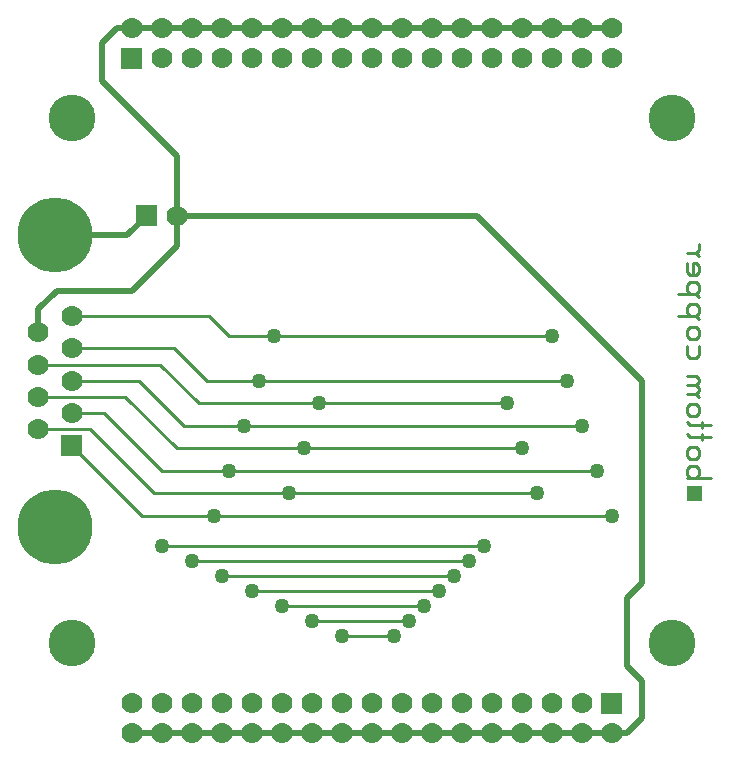
<source format=gbr>
G04 start of page 3 for group 5 idx 5 *
G04 Title: (unknown), bottom *
G04 Creator: pcb 20140316 *
G04 CreationDate: Fri 02 Jun 2017 06:05:26 PM GMT UTC *
G04 For: thomasc *
G04 Format: Gerber/RS-274X *
G04 PCB-Dimensions (mil): 2500.00 2750.00 *
G04 PCB-Coordinate-Origin: lower left *
%MOIN*%
%FSLAX25Y25*%
%LNBOTTOM*%
%ADD33C,0.1250*%
%ADD32C,0.0450*%
%ADD31C,0.0420*%
%ADD30C,0.0280*%
%ADD29C,0.1520*%
%ADD28C,0.0500*%
%ADD27C,0.1560*%
%ADD26C,0.2500*%
%ADD25C,0.0700*%
%ADD24C,0.0100*%
%ADD23C,0.0200*%
%ADD22C,0.0001*%
G54D22*G36*
X230000Y102500D02*X235000D01*
Y97500D01*
X230000D01*
Y102500D01*
G37*
G54D23*X205000Y255000D02*X40000D01*
X35000Y250000D01*
Y237500D01*
X60000Y212500D02*X35000Y237500D01*
X60000Y192500D02*X160000D01*
X45000Y20000D02*X210000D01*
G54D24*X115000Y52500D02*X132500D01*
X105000Y57500D02*X137500D01*
G54D23*X215000Y37500D02*Y25000D01*
X210000Y20000D02*X215000Y25000D01*
Y70000D02*X210000Y65000D01*
Y42500D01*
X215000Y37500D01*
G54D24*X95000Y62500D02*X142500D01*
X85000Y67500D02*X147500D01*
G54D23*X13800Y153700D02*Y161300D01*
X20000Y167500D01*
X19400Y186100D02*X43600D01*
X50000Y192500D01*
X20000Y167500D02*X45000D01*
X60000Y182500D01*
Y212500D01*
G54D24*X25000Y115900D02*X48400Y92500D01*
X25000Y126700D02*X35800D01*
X13800Y121300D02*X31200D01*
X52500Y100000D01*
X13800Y132100D02*X42900D01*
X35800Y126700D02*X55000Y107500D01*
X42900Y132100D02*X60000Y115000D01*
X25000Y137500D02*X47500D01*
X62500Y122500D01*
X25000Y148300D02*X59200D01*
X70000Y137500D01*
X25000Y159100D02*X70900D01*
X54600Y142900D02*X67500Y130000D01*
X13800Y142900D02*X54600D01*
X70900Y159100D02*X77500Y152500D01*
G54D23*X160000Y192500D02*X215000Y137500D01*
Y70000D01*
G54D24*X55000Y107500D02*X200000D01*
X52500Y100000D02*X180000D01*
X55000Y82500D02*X162500D01*
X75000Y72500D02*X152500D01*
X65000Y77500D02*X157500D01*
X62500Y122500D02*X195000D01*
X70000Y137500D02*X190000D01*
X60000Y115000D02*X175000D01*
X67500Y130000D02*X170000D01*
X77500Y152500D02*X185000D01*
X48400Y92500D02*X205000D01*
X230000Y105000D02*X238000D01*
X231000D02*X230000Y106000D01*
Y108000D01*
X231000Y109000D01*
X233000D01*
X234000Y108000D02*X233000Y109000D01*
X234000Y106000D02*Y108000D01*
X233000Y105000D02*X234000Y106000D01*
X231000Y111400D02*X233000D01*
X234000Y112400D01*
Y114400D01*
X233000Y115400D01*
X231000D02*X233000D01*
X230000Y114400D02*X231000Y115400D01*
X230000Y112400D02*Y114400D01*
X231000Y111400D02*X230000Y112400D01*
X231000Y118800D02*X238000D01*
X231000D02*X230000Y119800D01*
X235000Y117800D02*Y119800D01*
X231000Y122800D02*X238000D01*
X231000D02*X230000Y123800D01*
X235000Y121800D02*Y123800D01*
X231000Y125800D02*X233000D01*
X234000Y126800D01*
Y128800D01*
X233000Y129800D01*
X231000D02*X233000D01*
X230000Y128800D02*X231000Y129800D01*
X230000Y126800D02*Y128800D01*
X231000Y125800D02*X230000Y126800D01*
Y133200D02*X233000D01*
X234000Y134200D01*
Y135200D01*
X233000Y136200D01*
X230000D02*X233000D01*
X234000Y137200D01*
Y138200D01*
X233000Y139200D01*
X230000D02*X233000D01*
X234000Y132200D02*X233000Y133200D01*
X234000Y146200D02*Y149200D01*
X233000Y145200D02*X234000Y146200D01*
X231000Y145200D02*X233000D01*
X231000D02*X230000Y146200D01*
Y149200D01*
X231000Y151600D02*X233000D01*
X234000Y152600D01*
Y154600D01*
X233000Y155600D01*
X231000D02*X233000D01*
X230000Y154600D02*X231000Y155600D01*
X230000Y152600D02*Y154600D01*
X231000Y151600D02*X230000Y152600D01*
X227000Y159000D02*X233000D01*
X234000Y158000D02*X233000Y159000D01*
X234000Y160000D01*
Y162000D01*
X233000Y163000D01*
X231000D02*X233000D01*
X230000Y162000D02*X231000Y163000D01*
X230000Y160000D02*Y162000D01*
X231000Y159000D02*X230000Y160000D01*
X227000Y166400D02*X233000D01*
X234000Y165400D02*X233000Y166400D01*
X234000Y167400D01*
Y169400D01*
X233000Y170400D01*
X231000D02*X233000D01*
X230000Y169400D02*X231000Y170400D01*
X230000Y167400D02*Y169400D01*
X231000Y166400D02*X230000Y167400D01*
Y173800D02*Y176800D01*
X231000Y172800D02*X230000Y173800D01*
X231000Y172800D02*X233000D01*
X234000Y173800D01*
Y175800D01*
X233000Y176800D01*
X232000Y172800D02*Y176800D01*
X233000D01*
X230000Y180200D02*X233000D01*
X234000Y181200D01*
Y183200D01*
Y179200D02*X233000Y180200D01*
G54D25*X95000Y255000D03*
X105000D03*
X115000D03*
X95000Y245000D03*
X105000D03*
X115000D03*
X125000D03*
X135000D03*
X145000D03*
X125000Y255000D03*
X135000D03*
X145000D03*
X155000D03*
Y245000D03*
X165000Y255000D03*
X175000D03*
X185000D03*
X195000D03*
X205000D03*
X165000Y245000D03*
X175000D03*
X185000D03*
X195000D03*
X205000D03*
X65000Y255000D03*
Y245000D03*
X75000Y255000D03*
Y245000D03*
X45000Y255000D03*
G54D22*G36*
X41500Y248500D02*Y241500D01*
X48500D01*
Y248500D01*
X41500D01*
G37*
G54D25*X55000Y255000D03*
Y245000D03*
X85000Y255000D03*
Y245000D03*
G54D22*G36*
X46500Y196000D02*Y189000D01*
X53500D01*
Y196000D01*
X46500D01*
G37*
G54D25*X60000Y192500D03*
X205000Y20000D03*
G54D22*G36*
X201500Y33500D02*Y26500D01*
X208500D01*
Y33500D01*
X201500D01*
G37*
G54D25*X195000Y20000D03*
Y30000D03*
X185000Y20000D03*
Y30000D03*
X175000D03*
X165000D03*
X175000Y20000D03*
X165000D03*
X155000D03*
X145000D03*
X135000D03*
X125000D03*
X155000Y30000D03*
X145000D03*
X135000D03*
X125000D03*
X115000Y20000D03*
Y30000D03*
X105000D03*
X95000D03*
X105000Y20000D03*
X95000D03*
X85000D03*
X75000D03*
X65000D03*
X55000D03*
X85000Y30000D03*
X75000D03*
X65000D03*
X55000D03*
X45000Y20000D03*
Y30000D03*
G54D22*G36*
X21500Y119400D02*Y112400D01*
X28500D01*
Y119400D01*
X21500D01*
G37*
G54D25*X25000Y126700D03*
X13800Y121300D03*
Y132100D03*
X25000Y137500D03*
Y148300D03*
Y159100D03*
X13800Y142900D03*
Y153700D03*
G54D26*X19400Y186100D03*
Y88900D03*
G54D27*X25000Y225000D03*
Y50000D03*
G54D28*X92500Y152500D03*
X72500Y92500D03*
X77500Y107500D03*
X97500Y100000D03*
X82500Y122500D03*
X87500Y137500D03*
X102500Y115000D03*
X107500Y130000D03*
X55000Y82500D03*
X65000Y77500D03*
X75000Y72500D03*
X85000Y67500D03*
X95000Y62500D03*
X105000Y57500D03*
X115000Y52500D03*
G54D27*X225000Y225000D03*
Y50000D03*
G54D28*X205000Y92500D03*
X200000Y107500D03*
X195000Y122500D03*
X190000Y137500D03*
X185000Y152500D03*
X180000Y100000D03*
X175000Y115000D03*
X170000Y130000D03*
X162500Y82500D03*
X157500Y77500D03*
X152500Y72500D03*
X147500Y67500D03*
X142500Y62500D03*
X137500Y57500D03*
X132500Y52500D03*
G54D29*G54D30*G54D29*G54D30*G54D31*G54D32*G54D33*M02*

</source>
